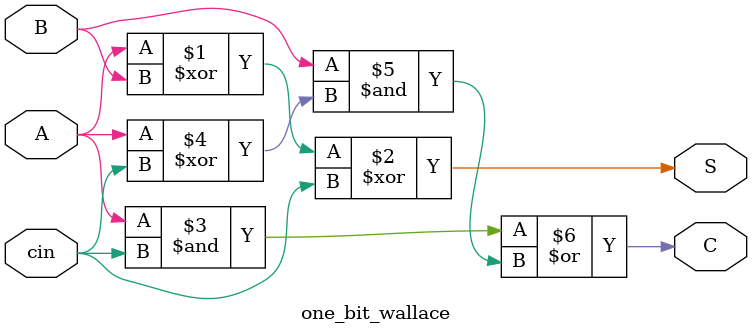
<source format=v>
`timescale 1ns / 1ps

module multiplier(
    input mul_clk,
    input resetn,
    input mul_signed,
    input [31:0]x,
    input [31:0]y,
    output [63:0]result
    );
    
//******************************************** Booth *********************************************
    wire x_sign;
    wire y_sign;
    assign x_sign = mul_signed & x[31];
    assign y_sign = mul_signed & y[31];
    
    wire [65:0]x_extend;
    wire [33:0]y_extend;
    assign x_extend = {{34{x_sign}}, x};
    assign y_extend = {{2{y_sign}}, y};

    wire [1121:0] sum;    
    wire [1121:0] mid_sum;
    wire [16:0] c;
    booth booth_module_0(x_extend, {y_extend[1:0], 1'b0}, sum[65:0], c[0]);
    genvar i;
    generate
        for (i = 1;i < 17; i = i + 1)
        begin: label1
            booth booth_module(x_extend, y_extend[2*i+1:2*i-1], mid_sum[66*i+65:66*i], c[i]);
            assign sum[66*i+65:66*i] = {mid_sum[64*i+65:66*i], {2*i{c[i]}}};
        end
    endgenerate
    
//********************************************* Switch *********************************************
    wire [1121:0] swi;
    genvar index_i, index_j;
    generate
        for (index_i = 0; index_i < 66; index_i = index_i + 1)
        begin: label2
            for (index_j = 0; index_j < 17; index_j = index_j + 1)
                begin: label3
                    assign swi[17 * index_i + index_j] = sum[66 * index_j + index_i];
                end
        end
    endgenerate
    
//********************************************** Wallace *********************************************
    wire [923:0]hand_in_hand;
    wire [65:0] C;
    wire [65:0] S;
    wallace tree0(swi[16:0], c[13:0], hand_in_hand[13:0], C[1], S[0]);
    generate
        for(i = 1; i < 66; i = i + 1)
        begin: label4
            wallace tree(swi[17*i+16:17*i], hand_in_hand[14*i-1:14*i-14], hand_in_hand[14*i+13:14*i], C[i+1], S[i]);
        end
    endgenerate
    assign C[0] = c[14];
    
//********************************************** Add **************************************************
reg [65:0] C_mem;
reg [65:0] S_mem;
reg cin_mem;
always @ (posedge mul_clk or negedge resetn)
begin
    if(~resetn)
    begin
        C_mem <= 66'd0;
        S_mem <= 66'd0;
        cin_mem <= 1'b0;
    end
    else
    begin
        C_mem <= C;
        S_mem <= S;
        cin_mem <= c[15];
    end
end

wire [65:0]add_result_l;
wire [63:0] add_result;
assign add_result_l = C_mem + S_mem + cin_mem;
assign result = add_result_l[63:0];

//********************* debug ***************************
wire [63:0]result_reference;
assign result_reference = C + S + c[15];

endmodule

//***********************************************************************************************************
//***********************************************************************************************************

module booth(
    input [65:0]x,
    input [2:0]y,
    output [65:0]p,
    output c
);

    wire [65:0]twice_x;
    assign twice_x = x << 1;
    assign {c, p} = (y == 3'b000)? {1'b0, 66'b0}:
                         (y == 3'b001)? {1'b0, x}:
                         (y == 3'b010)? {1'b0, x}:
                         (y == 3'b011)? {1'b0, twice_x}:
                         (y == 3'b100)? {1'b1, ~twice_x}:
                         (y == 3'b101)? {1'b1, ~x}:
                         (y == 3'b110)? {1'b1, ~x}:
                         (y == 3'b111)? {1'b0, 66'b0}:
                         66'b0;

endmodule

module wallace(
    input [16:0] op,
    input [13:0] cin,
    output [13:0]cout,
    output C,
    output S
);

    wire [13:0]s;
    
    // First floor, 5 one_bit_wallace
    one_bit_wallace w00(op[16], op[15], op[14], cout[0], s[0]);
    one_bit_wallace w01(op[13], op[12], op[11], cout[1], s[1]);
    one_bit_wallace w02(op[10], op[9], op[8], cout[2], s[2]);
    one_bit_wallace w03(op[7], op[6], op[5], cout[3], s[3]);
    one_bit_wallace w04(op[4], op[3], op[2], cout[4], s[4]);

    // Second floor, 4 one_bit_wallace
    one_bit_wallace w10(s[0], s[1], s[2], cout[5], s[5]);
    one_bit_wallace w11(s[3], s[4], op[1], cout[6], s[6]);
    one_bit_wallace w12(op[0], cin[0], cin[1], cout[7], s[7]);
    one_bit_wallace w13(cin[2], cin[3], cin[4], cout[8], s[8]);
    
    // Thirst Floor, 2 one_bit_wallace
    one_bit_wallace w20(s[5], s[6], s[7], cout[9], s[9]);
    one_bit_wallace w21(s[8], cin[5], cin[6], cout[10], s[10]);
    
    // Fourth Floor, 2 one_bit_wallace
    one_bit_wallace w30(s[9], s[10], cin[7], cout[11], s[11]);
    one_bit_wallace w31(cin[8], cin[9], cin[10], cout[12], s[12]);
    
    // Fifth Floor, 1 one_bit_wallace
    one_bit_wallace w40(s[11], s[12], cin[11], cout[13], s[13]);
    
    // Sixth Floor, 1 one_bit_wallace
    one_bit_wallace w50(s[13], cin[12], cin[13], C, S);
    
endmodule

module one_bit_wallace(
    input A,
    input B,
    input cin,
    output C,
    output S
);

assign S = A ^ B ^ cin;
assign C = A & cin | B & (A ^ cin);

endmodule

</source>
